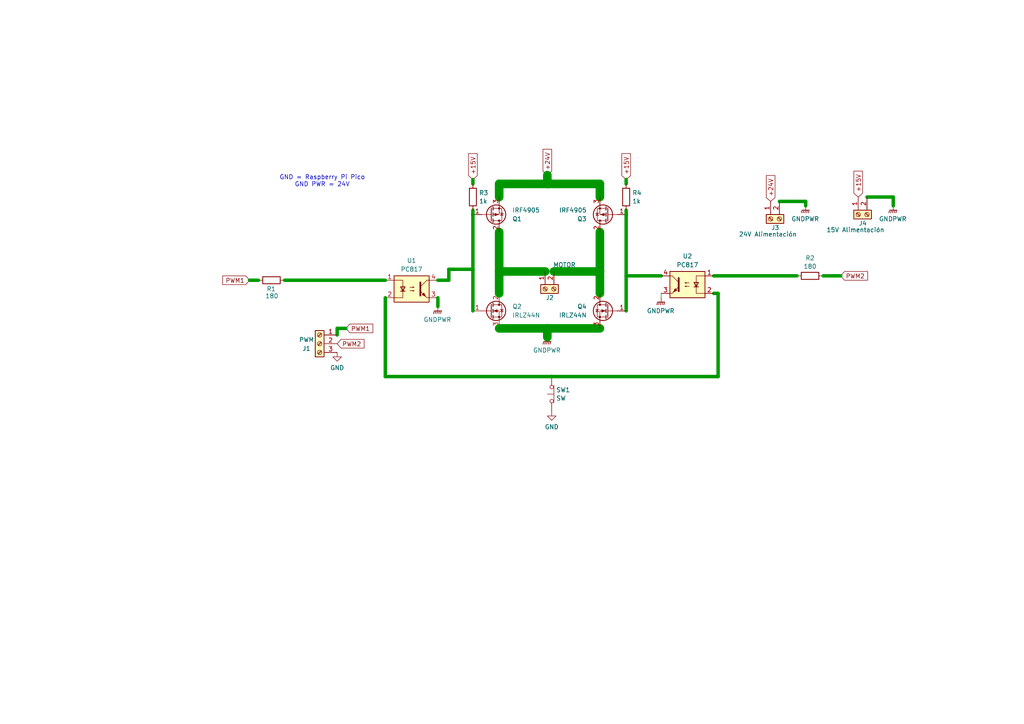
<source format=kicad_sch>
(kicad_sch (version 20231120) (generator "eeschema") (generator_version "8.0")
  (paper "A4")
  (lib_symbols
    (symbol "Connector:Screw_Terminal_01x02" (pin_names (offset 1.016) hide)
      (property "Reference" "J" (at 0 2.54 0))
      (property "Value" "Screw_Terminal_01x02" (at 0 -5.08 0))
      (symbol "Screw_Terminal_01x02_1_1"
        (rectangle (start -1.27 1.27) (end 1.27 -3.81) (stroke (width 0.254)) (fill (type background)))
        (circle (center 0 -2.54) (radius 0.635) (stroke (width 0.1524)))
        (polyline (pts (xy -0.5334 -2.2098) (xy 0.3302 -3.048)) (stroke (width 0.1524)))
        (polyline (pts (xy -0.5334 0.3302) (xy 0.3302 -0.508)) (stroke (width 0.1524)))
        (polyline (pts (xy -0.3556 -2.032) (xy 0.508 -2.8702)) (stroke (width 0.1524)))
        (polyline (pts (xy -0.3556 0.508) (xy 0.508 -0.3302)) (stroke (width 0.1524)))
        (circle (center 0 0) (radius 0.635) (stroke (width 0.1524)))
        (pin passive line (at -5.08 0 0) (length 3.81) (name "Pin_1") (number "1"))
        (pin passive line (at -5.08 -2.54 0) (length 3.81) (name "Pin_2") (number "2"))
      )
    )
    (symbol "Connector:Screw_Terminal_01x03" (pin_names (offset 1.016) hide)
      (property "Reference" "J" (at 0 5.08 0))
      (property "Value" "Screw_Terminal_01x03" (at 0 -5.08 0))
      (symbol "Screw_Terminal_01x03_1_1"
        (rectangle (start -1.27 3.81) (end 1.27 -3.81) (stroke (width 0.254)) (fill (type background)))
        (circle (center 0 -2.54) (radius 0.635) (stroke (width 0.1524)))
        (polyline (pts (xy -0.5334 -2.2098) (xy 0.3302 -3.048)) (stroke (width 0.1524)))
        (polyline (pts (xy -0.5334 0.3302) (xy 0.3302 -0.508)) (stroke (width 0.1524)))
        (polyline (pts (xy -0.5334 2.8702) (xy 0.3302 2.032)) (stroke (width 0.1524)))
        (polyline (pts (xy -0.3556 -2.032) (xy 0.508 -2.8702)) (stroke (width 0.1524)))
        (polyline (pts (xy -0.3556 0.508) (xy 0.508 -0.3302)) (stroke (width 0.1524)))
        (polyline (pts (xy -0.3556 3.048) (xy 0.508 2.2098)) (stroke (width 0.1524)))
        (circle (center 0 0) (radius 0.635) (stroke (width 0.1524)))
        (circle (center 0 2.54) (radius 0.635) (stroke (width 0.1524)))
        (pin passive line (at -5.08 2.54 0) (length 3.81) (name "Pin_1") (number "1"))
        (pin passive line (at -5.08 0 0) (length 3.81) (name "Pin_2") (number "2"))
        (pin passive line (at -5.08 -2.54 0) (length 3.81) (name "Pin_3") (number "3"))
      )
    )
    (symbol "Device:R" (pin_numbers hide) (pin_names (offset 0))
      (property "Reference" "R" (at 2.032 0 90))
      (property "Value" "R" (at 0 0 90))
      (symbol "R_0_1"
        (rectangle (start -1.016 -2.54) (end 1.016 2.54) (stroke (width 0.254)))
      )
      (symbol "R_1_1"
        (pin passive line (at 0 3.81 270) (length 1.27) (name "~") (number "1"))
        (pin passive line (at 0 -3.81 90) (length 1.27) (name "~") (number "2"))
      )
    )
    (symbol "Isolator:PC817" (pin_names (offset 1.016))
      (property "Reference" "U" (at -5.08 5.08 0))
      (property "Value" "PC817" (at 0 5.08 0))
      (symbol "PC817_0_1"
        (rectangle (start -5.08 3.81) (end 5.08 -3.81) (stroke (width 0.254)) (fill (type background)))
        (polyline (pts (xy -3.175 -0.635) (xy -1.905 -0.635)) (stroke (width 0.254)))
        (polyline (pts (xy 2.54 0.635) (xy 4.445 2.54)))
        (polyline (pts (xy 4.445 -2.54) (xy 2.54 -0.635)) (fill (type outline)))
        (polyline (pts (xy 4.445 -2.54) (xy 5.08 -2.54)))
        (polyline (pts (xy 4.445 2.54) (xy 5.08 2.54)))
        (polyline (pts (xy -5.08 2.54) (xy -2.54 2.54) (xy -2.54 -0.635)))
        (polyline (pts (xy -2.54 -0.635) (xy -2.54 -2.54) (xy -5.08 -2.54)))
        (polyline (pts (xy 2.54 1.905) (xy 2.54 -1.905) (xy 2.54 -1.905)) (stroke (width 0.508)))
        (polyline (pts (xy -2.54 -0.635) (xy -3.175 0.635) (xy -1.905 0.635) (xy -2.54 -0.635)) (stroke (width 0.254)))
        (polyline (pts (xy -0.508 -0.508) (xy 0.762 -0.508) (xy 0.381 -0.635) (xy 0.381 -0.381) (xy 0.762 -0.508)))
        (polyline (pts (xy -0.508 0.508) (xy 0.762 0.508) (xy 0.381 0.381) (xy 0.381 0.635) (xy 0.762 0.508)))
        (polyline (pts (xy 3.048 -1.651) (xy 3.556 -1.143) (xy 4.064 -2.159) (xy 3.048 -1.651) (xy 3.048 -1.651)) (fill (type outline)))
      )
      (symbol "PC817_1_1"
        (pin passive line (at -7.62 2.54 0) (length 2.54) (name "~") (number "1"))
        (pin passive line (at -7.62 -2.54 0) (length 2.54) (name "~") (number "2"))
        (pin passive line (at 7.62 -2.54 180) (length 2.54) (name "~") (number "3"))
        (pin passive line (at 7.62 2.54 180) (length 2.54) (name "~") (number "4"))
      )
    )
    (symbol "Switch:SW_Push_Open" (pin_numbers hide) (pin_names (offset 1.016) hide)
      (property "Reference" "SW" (at 0 2.54 0))
      (property "Value" "SW_Push_Open" (at 0 -1.905 0))
      (symbol "SW_Push_Open_0_1"
        (circle (center -2.032 0) (radius 0.508))
        (polyline (pts (xy -2.54 -0.635) (xy 2.54 -0.635)))
        (polyline (pts (xy 0 -0.635) (xy 0 1.27)))
        (circle (center 2.032 0) (radius 0.508))
        (pin passive line (at -5.08 0 0) (length 2.54) (name "A") (number "1"))
      )
      (symbol "SW_Push_Open_1_1"
        (pin passive line (at 5.08 0 180) (length 2.54) (name "B") (number "2"))
      )
    )
    (symbol "Transistor_FET:IRF4905" (pin_names hide)
      (property "Reference" "Q" (at 5.08 1.905 0))
      (property "Value" "IRF4905" (at 5.08 0 0))
      (symbol "IRF4905_0_1"
        (polyline (pts (xy 0.254 0) (xy -2.54 0)))
        (polyline (pts (xy 0.254 1.905) (xy 0.254 -1.905)) (stroke (width 0.254)))
        (polyline (pts (xy 0.762 -1.27) (xy 0.762 -2.286)) (stroke (width 0.254)))
        (polyline (pts (xy 0.762 0.508) (xy 0.762 -0.508)) (stroke (width 0.254)))
        (polyline (pts (xy 0.762 2.286) (xy 0.762 1.27)) (stroke (width 0.254)))
        (polyline (pts (xy 2.54 2.54) (xy 2.54 1.778)))
        (polyline (pts (xy 2.54 -2.54) (xy 2.54 0) (xy 0.762 0)))
        (polyline (pts (xy 0.762 1.778) (xy 3.302 1.778) (xy 3.302 -1.778) (xy 0.762 -1.778)))
        (polyline (pts (xy 2.286 0) (xy 1.27 0.381) (xy 1.27 -0.381) (xy 2.286 0)) (fill (type outline)))
        (polyline (pts (xy 2.794 -0.508) (xy 2.921 -0.381) (xy 3.683 -0.381) (xy 3.81 -0.254)))
        (polyline (pts (xy 3.302 -0.381) (xy 2.921 0.254) (xy 3.683 0.254) (xy 3.302 -0.381)))
        (circle (center 1.651 0) (radius 2.794) (stroke (width 0.254)))
        (circle (center 2.54 -1.778) (radius 0.254) (fill (type outline)))
        (circle (center 2.54 1.778) (radius 0.254) (fill (type outline)))
      )
      (symbol "IRF4905_1_1"
        (pin input line (at -5.08 0 0) (length 2.54) (name "G") (number "1"))
        (pin passive line (at 2.54 5.08 270) (length 2.54) (name "D") (number "2"))
        (pin passive line (at 2.54 -5.08 90) (length 2.54) (name "S") (number "3"))
      )
    )
    (symbol "Transistor_FET:IRLZ44N" (pin_names hide)
      (property "Reference" "Q" (at 6.35 1.905 0))
      (property "Value" "IRLZ44N" (at 6.35 0 0))
      (symbol "IRLZ44N_0_1"
        (polyline (pts (xy 0.254 0) (xy -2.54 0)))
        (polyline (pts (xy 0.254 1.905) (xy 0.254 -1.905)) (stroke (width 0.254)))
        (polyline (pts (xy 0.762 -1.27) (xy 0.762 -2.286)) (stroke (width 0.254)))
        (polyline (pts (xy 0.762 0.508) (xy 0.762 -0.508)) (stroke (width 0.254)))
        (polyline (pts (xy 0.762 2.286) (xy 0.762 1.27)) (stroke (width 0.254)))
        (polyline (pts (xy 2.54 2.54) (xy 2.54 1.778)))
        (polyline (pts (xy 2.54 -2.54) (xy 2.54 0) (xy 0.762 0)))
        (polyline (pts (xy 0.762 -1.778) (xy 3.302 -1.778) (xy 3.302 1.778) (xy 0.762 1.778)))
        (polyline (pts (xy 1.016 0) (xy 2.032 0.381) (xy 2.032 -0.381) (xy 1.016 0)) (fill (type outline)))
        (polyline (pts (xy 2.794 0.508) (xy 2.921 0.381) (xy 3.683 0.381) (xy 3.81 0.254)))
        (polyline (pts (xy 3.302 0.381) (xy 2.921 -0.254) (xy 3.683 -0.254) (xy 3.302 0.381)))
        (circle (center 1.651 0) (radius 2.794) (stroke (width 0.254)))
        (circle (center 2.54 -1.778) (radius 0.254) (fill (type outline)))
        (circle (center 2.54 1.778) (radius 0.254) (fill (type outline)))
      )
      (symbol "IRLZ44N_1_1"
        (pin input line (at -5.08 0 0) (length 2.54) (name "G") (number "1"))
        (pin passive line (at 2.54 5.08 270) (length 2.54) (name "D") (number "2"))
        (pin passive line (at 2.54 -5.08 90) (length 2.54) (name "S") (number "3"))
      )
    )
    (symbol "power:GND" (power) (pin_names (offset 0))
      (property "Value" "GND" (at 0 -3.81 0))
      (symbol "GND_0_1"
        (polyline (pts (xy 0 0) (xy 0 -1.27) (xy 1.27 -1.27) (xy 0 -2.54) (xy -1.27 -1.27) (xy 0 -1.27)))
      )
      (symbol "GND_1_1"
        (pin power_in line (at 0 0 270) (length 0) hide (name "GND") (number "1"))
      )
    )
    (symbol "power:GNDPWR" (power) (pin_numbers hide) (pin_names (offset 0) hide)
      (property "Value" "GNDPWR" (at 0 -3.302 0))
      (symbol "GNDPWR_0_1"
        (polyline (pts (xy 0 -1.27) (xy 0 0)))
        (polyline (pts (xy -1.016 -1.27) (xy -1.27 -2.032) (xy -1.27 -2.032)) (stroke (width 0.2032)))
        (polyline (pts (xy -0.508 -1.27) (xy -0.762 -2.032) (xy -0.762 -2.032)) (stroke (width 0.2032)))
        (polyline (pts (xy 0 -1.27) (xy -0.254 -2.032) (xy -0.254 -2.032)) (stroke (width 0.2032)))
        (polyline (pts (xy 0.508 -1.27) (xy 0.254 -2.032) (xy 0.254 -2.032)) (stroke (width 0.2032)))
        (polyline (pts (xy 1.016 -1.27) (xy -1.016 -1.27) (xy -1.016 -1.27)) (stroke (width 0.2032)))
        (polyline (pts (xy 1.016 -1.27) (xy 0.762 -2.032) (xy 0.762 -2.032) (xy 0.762 -2.032)) (stroke (width 0.2032)))
      )
      (symbol "GNDPWR_1_1"
        (pin power_in line (at 0 0 270) (length 0) (name "~") (number "1"))
      )
    )
  )
  (junction (at 160.02 109.22))
  (junction (at 137.16 78.105))
  (junction (at 144.78 78.74))
  (junction (at 173.99 78.74))
  (junction (at 181.61 80.01))
  (junction (at 137.16 62.23))
  (junction (at 181.61 62.23))
  (junction (at 158.75 53.34))
  (junction (at 158.75 95.25))
  (wire (pts (xy 137.16 60.96) (xy 137.16 62.23)) (stroke (width 1)))
  (wire (pts (xy 207.01 85.09) (xy 208.28 85.09)) (stroke (width 1)))
  (wire (pts (xy 181.61 52.07) (xy 181.61 53.34)) (stroke (width 1)))
  (wire (pts (xy 233.68 58.42) (xy 233.68 59.69)) (stroke (width 1)))
  (wire (pts (xy 181.61 62.23) (xy 181.61 80.01)) (stroke (width 1)))
  (wire (pts (xy 259.08 57.15) (xy 259.08 59.69)) (stroke (width 1)))
  (wire (pts (xy 160.02 109.22) (xy 208.28 109.22)) (stroke (width 1)))
  (wire (pts (xy 144.78 78.74) (xy 144.78 85.09)) (stroke (width 2.5)))
  (wire (pts (xy 181.61 80.01) (xy 181.61 90.17)) (stroke (width 1)))
  (wire (pts (xy 97.79 95.25) (xy 100.33 95.25)) (stroke (width 1)))
  (wire (pts (xy 158.75 95.25) (xy 173.99 95.25)) (stroke (width 2.5)))
  (wire (pts (xy 173.99 67.31) (xy 173.99 78.74)) (stroke (width 2.5)))
  (wire (pts (xy 181.61 80.01) (xy 191.77 80.01)) (stroke (width 1)))
  (wire (pts (xy 181.61 60.96) (xy 181.61 62.23)) (stroke (width 1)))
  (wire (pts (xy 226.06 58.42) (xy 233.68 58.42)) (stroke (width 1)))
  (wire (pts (xy 111.76 109.22) (xy 160.02 109.22)) (stroke (width 1)))
  (wire (pts (xy 160.655 78.74) (xy 173.99 78.74)) (stroke (width 2.5)))
  (wire (pts (xy 137.16 52.07) (xy 137.16 53.34)) (stroke (width 1)))
  (wire (pts (xy 173.99 53.34) (xy 173.99 57.15)) (stroke (width 2.5)))
  (wire (pts (xy 137.16 62.23) (xy 137.16 78.105)) (stroke (width 1)))
  (wire (pts (xy 144.78 67.31) (xy 144.78 78.74)) (stroke (width 2.5)))
  (wire (pts (xy 207.01 80.01) (xy 231.14 80.01)) (stroke (width 1)))
  (wire (pts (xy 137.16 78.105) (xy 137.16 90.17)) (stroke (width 1)))
  (wire (pts (xy 97.79 97.155) (xy 97.79 95.25)) (stroke (width 1)))
  (wire (pts (xy 173.99 85.09) (xy 173.99 78.74)) (stroke (width 2.5)))
  (wire (pts (xy 137.16 78.105) (xy 130.175 78.105)) (stroke (width 1)))
  (wire (pts (xy 208.28 85.09) (xy 208.28 109.22)) (stroke (width 1)))
  (wire (pts (xy 251.46 57.15) (xy 259.08 57.15)) (stroke (width 1)))
  (wire (pts (xy 144.78 78.74) (xy 158.115 78.74)) (stroke (width 2.5)))
  (wire (pts (xy 111.76 86.36) (xy 111.76 109.22)) (stroke (width 1)))
  (wire (pts (xy 130.175 78.105) (xy 130.175 81.28)) (stroke (width 1)))
  (wire (pts (xy 158.75 53.34) (xy 173.99 53.34)) (stroke (width 2.5)))
  (wire (pts (xy 158.75 97.79) (xy 158.75 95.25)) (stroke (width 2.5)))
  (wire (pts (xy 191.77 85.09) (xy 191.77 86.36)))
  (wire (pts (xy 144.78 53.34) (xy 158.75 53.34)) (stroke (width 2.5)))
  (wire (pts (xy 127 86.36) (xy 127 88.9)) (stroke (width 1)))
  (wire (pts (xy 127 81.28) (xy 130.175 81.28)) (stroke (width 1)))
  (wire (pts (xy 144.78 53.34) (xy 144.78 57.15)) (stroke (width 2.5)))
  (wire (pts (xy 238.76 80.01) (xy 243.84 80.01)) (stroke (width 1)))
  (wire (pts (xy 144.78 95.25) (xy 158.75 95.25)) (stroke (width 2.5)))
  (wire (pts (xy 158.75 50.8) (xy 158.75 53.34)) (stroke (width 2.5)))
  (wire (pts (xy 82.55 81.28) (xy 111.76 81.28)) (stroke (width 1)))
  (wire (pts (xy 72.39 81.28) (xy 74.93 81.28)) (stroke (width 1)))
  (text "GND = Raspberry Pi Pico\nGND PWR = 24V" (at 93.472 52.578 0) (effects (font (size 1.27 1.27))))
  (global_label "PWM2" (shape input) (at 243.84 80.01 0) (property "Intersheetrefs" "${INTERSHEET_REFS}" (effects (hide yes))))
  (global_label "PWM1" (shape input) (at 100.33 95.25 0) (property "Intersheetrefs" "${INTERSHEET_REFS}" (effects (hide yes))))
  (global_label "+24V" (shape input) (at 223.52 58.42 90) (property "Intersheetrefs" "${INTERSHEET_REFS}" (effects (hide yes))))
  (global_label "+15V" (shape input) (at 248.92 57.15 90) (property "Intersheetrefs" "${INTERSHEET_REFS}" (effects (hide yes))))
  (global_label "+15V" (shape input) (at 137.16 52.07 90) (property "Intersheetrefs" "${INTERSHEET_REFS}" (effects (hide yes))))
  (global_label "+15V" (shape input) (at 181.61 52.07 90) (property "Intersheetrefs" "${INTERSHEET_REFS}" (effects (hide yes))))
  (global_label "PWM1" (shape input) (at 72.39 81.28 180) (property "Intersheetrefs" "${INTERSHEET_REFS}" (effects (hide yes))))
  (global_label "PWM2" (shape input) (at 97.79 99.695 0) (property "Intersheetrefs" "${INTERSHEET_REFS}" (effects (hide yes))))
  (global_label "+24V" (shape input) (at 158.75 50.8 90) (property "Intersheetrefs" "${INTERSHEET_REFS}" (effects (hide yes))))
  (symbol (lib_id "Device:R") (at 78.74 81.28 90) (unit 1)
    (property "Reference" "R1" (at 80.01 83.82 90) (effects (justify left)))
    (property "Value" "180" (at 80.772 85.852 90) (effects (justify left)))
    (property "Footprint" "Resistor_THT:R_Axial_DIN0309_L9.0mm_D3.2mm_P12.70mm_Horizontal" (effects (hide yes)))
  )
  (symbol (lib_id "Switch:SW_Push_Open") (at 160.02 114.3 90) (unit 1)
    (property "Reference" "SW1" (at 161.29 113.0878 90) (effects (justify right)))
    (property "Value" "SW" (at 161.29 115.5121 90) (effects (justify right)))
    (property "Footprint" "Connector_PinHeader_2.54mm:PinHeader_1x02_P2.54mm_Vertical" (effects (hide yes)))
  )
  (symbol (lib_id "power:GND") (at 160.02 119.38 0) (unit 1)
    (property "Reference" "#PWR05" (effects (hide yes)))
    (property "Value" "GND" (at 160.02 123.825 0))
  )
  (symbol (lib_id "Transistor_FET:IRF4905") (at 142.24 62.23 0) (mirror x) (unit 1)
    (property "Reference" "Q1" (at 148.59 63.5 0) (effects (justify left)))
    (property "Value" "IRF4905" (at 148.59 60.96 0) (effects (justify left)))
    (property "Footprint" "Package_TO_SOT_THT:TO-220-3_Vertical" (effects (hide yes)))
    (property "Datasheet" "http://www.infineon.com/dgdl/irf4905.pdf?fileId=5546d462533600a4015355e32165197c" (effects (hide yes)))
  )
  (symbol (lib_id "power:GNDPWR") (at 233.68 59.69 0) (unit 1)
    (property "Reference" "#PWR06" (effects (hide yes)))
    (property "Value" "GNDPWR" (at 233.553 63.5 0))
    (property "Description" "Power symbol creates a global label with name \"GNDPWR\" , global ground" (effects (hide yes)))
  )
  (symbol (lib_id "Connector:Screw_Terminal_01x03") (at 92.71 99.695 0) (mirror y) (unit 1)
    (property "Reference" "J1" (at 88.9 101.092 0))
    (property "Value" "PWM" (at 88.9 98.552 0))
    (property "Footprint" "Connector_PinHeader_2.54mm:PinHeader_1x03_P2.54mm_Vertical" (effects (hide yes)))
  )
  (symbol (lib_id "Device:R") (at 137.16 57.15 0) (unit 1)
    (property "Reference" "R3" (at 138.938 55.9378 0) (effects (justify left)))
    (property "Value" "1k" (at 138.938 58.3621 0) (effects (justify left)))
    (property "Footprint" "Resistor_THT:R_Axial_DIN0309_L9.0mm_D3.2mm_P12.70mm_Horizontal" (effects (hide yes)))
  )
  (symbol (lib_id "power:GNDPWR") (at 158.75 97.79 0) (unit 1)
    (property "Reference" "#PWR04" (effects (hide yes)))
    (property "Value" "GNDPWR" (at 158.623 101.6 0))
    (property "Description" "Power symbol creates a global label with name \"GNDPWR\" , global ground" (effects (hide yes)))
  )
  (symbol (lib_id "Connector:Screw_Terminal_01x02") (at 248.92 62.23 90) (mirror x) (unit 1)
    (property "Reference" "J4" (at 251.46 64.77 90) (effects (justify left)))
    (property "Value" "15V Alimentación" (at 256.54 66.675 90) (effects (justify left)))
    (property "Footprint" "Connector_PinHeader_2.54mm:PinHeader_1x02_P2.54mm_Vertical" (effects (hide yes)))
  )
  (symbol (lib_id "power:GND") (at 97.79 102.235 0) (unit 1)
    (property "Reference" "#PWR02" (effects (hide yes)))
    (property "Value" "GND" (at 97.79 106.68 0))
  )
  (symbol (lib_id "Transistor_FET:IRLZ44N") (at 142.24 90.17 0) (unit 1)
    (property "Reference" "Q2" (at 148.59 88.9 0) (effects (justify left)))
    (property "Value" "IRLZ44N" (at 148.59 91.44 0) (effects (justify left)))
    (property "Footprint" "Package_TO_SOT_THT:TO-220-3_Vertical" (effects (hide yes)))
    (property "Datasheet" "http://www.irf.com/product-info/datasheets/data/irlz44n.pdf" (effects (hide yes)))
  )
  (symbol (lib_id "power:GNDPWR") (at 127 88.9 0) (unit 1)
    (property "Reference" "#PWR03" (effects (hide yes)))
    (property "Value" "GNDPWR" (at 126.873 92.71 0))
    (property "Description" "Power symbol creates a global label with name \"GNDPWR\" , global ground" (effects (hide yes)))
  )
  (symbol (lib_id "power:GNDPWR") (at 191.77 86.36 0) (unit 1)
    (property "Reference" "#PWR010" (effects (hide yes)))
    (property "Value" "GNDPWR" (at 191.643 90.17 0))
    (property "Description" "Power symbol creates a global label with name \"GNDPWR\" , global ground" (effects (hide yes)))
  )
  (symbol (lib_id "Connector:Screw_Terminal_01x02") (at 158.115 83.82 90) (mirror x) (unit 1)
    (property "Reference" "J2" (at 160.655 86.36 90) (effects (justify left)))
    (property "Value" "MOTOR" (at 167.005 76.835 90) (effects (justify left)))
    (property "Footprint" "TerminalBlock_Dinkle:TerminalBlock_Dinkle_DT-55-B01X-02_P10.00mm" (effects (hide yes)))
  )
  (symbol (lib_id "Device:R") (at 181.61 57.15 0) (unit 1)
    (property "Reference" "R4" (at 183.388 55.9378 0) (effects (justify left)))
    (property "Value" "1k" (at 183.388 58.3621 0) (effects (justify left)))
    (property "Footprint" "Resistor_THT:R_Axial_DIN0309_L9.0mm_D3.2mm_P12.70mm_Horizontal" (effects (hide yes)))
  )
  (symbol (lib_id "Device:R") (at 234.95 80.01 90) (unit 1)
    (property "Reference" "R2" (at 234.95 74.8495 90))
    (property "Value" "180" (at 234.95 77.2738 90))
    (property "Footprint" "Resistor_THT:R_Axial_DIN0309_L9.0mm_D3.2mm_P12.70mm_Horizontal" (effects (hide yes)))
    (property "Description" "Resistor" (effects (hide yes)))
  )
  (symbol (lib_id "power:GNDPWR") (at 259.08 59.69 0) (unit 1)
    (property "Reference" "#PWR08" (effects (hide yes)))
    (property "Value" "GNDPWR" (at 258.953 63.5 0))
    (property "Description" "Power symbol creates a global label with name \"GNDPWR\" , global ground" (effects (hide yes)))
  )
  (symbol (lib_id "Transistor_FET:IRLZ44N") (at 176.53 90.17 0) (mirror y) (unit 1)
    (property "Reference" "Q4" (at 170.18 88.9 0) (effects (justify left)))
    (property "Value" "IRLZ44N" (at 170.18 91.44 0) (effects (justify left)))
    (property "Footprint" "Package_TO_SOT_THT:TO-220-3_Vertical" (effects (hide yes)))
    (property "Datasheet" "http://www.irf.com/product-info/datasheets/data/irlz44n.pdf" (effects (hide yes)))
  )
  (symbol (lib_id "Connector:Screw_Terminal_01x02") (at 223.52 63.5 90) (mirror x) (unit 1)
    (property "Reference" "J3" (at 226.06 66.04 90) (effects (justify left)))
    (property "Value" "24V Alimentación" (at 231.14 67.945 90) (effects (justify left)))
    (property "Footprint" "TerminalBlock_Dinkle:TerminalBlock_Dinkle_DT-55-B01X-02_P10.00mm" (effects (hide yes)))
  )
  (symbol (lib_id "Transistor_FET:IRF4905") (at 176.53 62.23 180) (unit 1)
    (property "Reference" "Q3" (at 170.18 63.5 0) (effects (justify left)))
    (property "Value" "IRF4905" (at 170.18 60.96 0) (effects (justify left)))
    (property "Footprint" "Package_TO_SOT_THT:TO-220-3_Vertical" (effects (hide yes)))
    (property "Datasheet" "http://www.infineon.com/dgdl/irf4905.pdf?fileId=5546d462533600a4015355e32165197c" (effects (hide yes)))
  )
  (symbol (lib_id "Isolator:PC817") (at 199.39 82.55 0) (mirror y) (unit 1)
    (property "Reference" "U2" (at 199.39 74.295 0))
    (property "Value" "PC817" (at 199.39 76.835 0))
    (property "Footprint" "Package_DIP:DIP-4_W7.62mm" (effects (hide yes)))
    (property "Datasheet" "http://www.soselectronic.cz/a_info/resource/d/pc817.pdf" (effects (hide yes)))
  )
  (symbol (lib_id "Isolator:PC817") (at 119.38 83.82 0) (unit 1)
    (property "Reference" "U1" (at 119.38 75.565 0))
    (property "Value" "PC817" (at 119.38 78.105 0))
    (property "Footprint" "Package_DIP:DIP-4_W7.62mm" (effects (hide yes)))
    (property "Datasheet" "http://www.soselectronic.cz/a_info/resource/d/pc817.pdf" (effects (hide yes)))
  )
)
</source>
